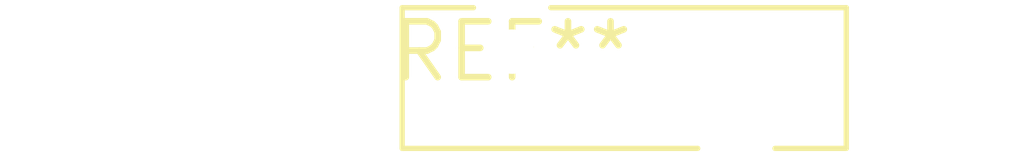
<source format=kicad_pcb>
(kicad_pcb (version 20240108) (generator pcbnew)
  (layers (0 "F.Cu" signal) (31 "B.Cu" signal) (34 "B.Paste" user) (35 "F.Paste" user) (36 "B.SilkS" user "B.Silkscreen") (37 "F.SilkS" user "F.Silkscreen") (38 "B.Mask" user) (39 "F.Mask" user) (44 "Edge.Cuts" user))
  (net 0 "")
  (footprint "Fuse_Bourns_MF-RG400" (layer "F.Cu") (at 0 0)
    (property "Reference" "REF**")
    (property "Value" "Fuse_Bourns_MF-RG400")
    (fp_line (start -2.501 -1) (end -2.501 2.2) (layer "F.SilkS") (stroke (width 0.12)))
    (fp_line (start -2.501 -1) (end -0.879 -1) (layer "F.SilkS") (stroke (width 0.12)))
    (fp_line (start -2.501 2.2) (end 4.222 2.2) (layer "F.SilkS") (stroke (width 0.12)))
    (fp_line (start 0.879 -1) (end 7.6 -1) (layer "F.SilkS") (stroke (width 0.12)))
    (fp_line (start 5.979 2.2) (end 7.6 2.2) (layer "F.SilkS") (stroke (width 0.12)))
    (fp_line (start 7.6 -1) (end 7.6 2.2) (layer "F.SilkS") (stroke (width 0.12)))
    (pad "1" thru_hole circle (at 0 0) (size 2.01 2.01) (drill 1.01) (layers *.Cu *.Mask) (remove_unused_layers))
    (pad "2" thru_hole circle (at 5.1 1.2) (size 2.01 2.01) (drill 1.01) (layers *.Cu *.Mask) (remove_unused_layers))
  )
)
</source>
